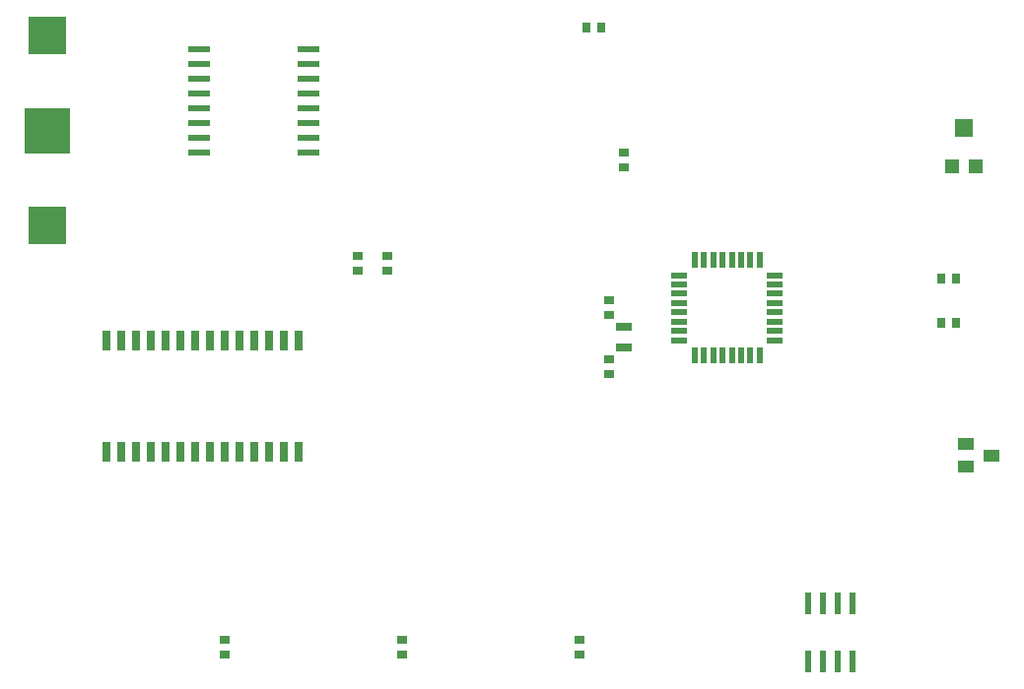
<source format=gbr>
G04 EAGLE Gerber X2 export*
%TF.Part,Single*%
%TF.FileFunction,Paste,Top*%
%TF.FilePolarity,Positive*%
%TF.GenerationSoftware,Autodesk,EAGLE,9.0.0*%
%TF.CreationDate,2019-07-04T23:27:38Z*%
G75*
%MOMM*%
%FSLAX34Y34*%
%LPD*%
%AMOC8*
5,1,8,0,0,1.08239X$1,22.5*%
G01*
%ADD10R,0.900000X0.700000*%
%ADD11R,1.400000X1.000000*%
%ADD12R,1.400000X0.700000*%
%ADD13R,0.700000X0.900000*%
%ADD14R,1.500000X1.600000*%
%ADD15R,1.200000X1.200000*%
%ADD16R,3.900000X3.900000*%
%ADD17R,3.200000X3.200000*%
%ADD18R,1.473200X0.508000*%
%ADD19R,0.508000X1.473200*%
%ADD20R,1.981200X0.533400*%
%ADD21R,0.558800X1.981200*%
%ADD22R,0.650000X1.700000*%


D10*
X571500Y526900D03*
X571500Y539900D03*
X571500Y489100D03*
X571500Y476100D03*
D11*
X900000Y406400D03*
X878000Y396900D03*
X878000Y415900D03*
D12*
X584200Y499500D03*
X584200Y516500D03*
D10*
X584200Y653900D03*
X584200Y666900D03*
X381000Y578000D03*
X381000Y565000D03*
X355600Y578000D03*
X355600Y565000D03*
D13*
X565300Y774700D03*
X552300Y774700D03*
X857100Y558800D03*
X870100Y558800D03*
X857100Y520700D03*
X870100Y520700D03*
D14*
X876300Y688100D03*
D15*
X866300Y654850D03*
X886300Y654850D03*
D16*
X88900Y685800D03*
D17*
X88900Y603800D03*
X88900Y767800D03*
D18*
X631952Y561340D03*
X631952Y553466D03*
X631952Y545338D03*
X631952Y537464D03*
X631952Y529336D03*
X631952Y521462D03*
X631952Y513334D03*
X631952Y505460D03*
D19*
X645160Y492252D03*
X653034Y492252D03*
X661162Y492252D03*
X669036Y492252D03*
X677164Y492252D03*
X685038Y492252D03*
X693166Y492252D03*
X701040Y492252D03*
D18*
X714248Y505460D03*
X714248Y513334D03*
X714248Y521462D03*
X714248Y529336D03*
X714248Y537464D03*
X714248Y545338D03*
X714248Y553466D03*
X714248Y561340D03*
D19*
X701040Y574548D03*
X693166Y574548D03*
X685038Y574548D03*
X677164Y574548D03*
X669036Y574548D03*
X661162Y574548D03*
X653034Y574548D03*
X645160Y574548D03*
D20*
X219710Y755650D03*
X219710Y742950D03*
X219710Y730250D03*
X219710Y717550D03*
X219710Y704850D03*
X219710Y692150D03*
X219710Y679450D03*
X219710Y666750D03*
X313690Y666750D03*
X313690Y679450D03*
X313690Y692150D03*
X313690Y704850D03*
X313690Y717550D03*
X313690Y730250D03*
X313690Y742950D03*
X313690Y755650D03*
D21*
X742950Y229362D03*
X755650Y229362D03*
X768350Y229362D03*
X781050Y229362D03*
X781050Y278638D03*
X768350Y278638D03*
X755650Y278638D03*
X742950Y278638D03*
D22*
X139700Y409400D03*
X152400Y409400D03*
X165100Y409400D03*
X177800Y409400D03*
X190500Y409400D03*
X203200Y409400D03*
X215900Y409400D03*
X228600Y409400D03*
X241300Y409400D03*
X254000Y409400D03*
X241300Y505000D03*
X254000Y505000D03*
X266700Y505000D03*
X279400Y505000D03*
X292100Y505000D03*
X304800Y505000D03*
X304800Y409400D03*
X292100Y409400D03*
X279400Y409400D03*
X266700Y409400D03*
X228600Y505000D03*
X215900Y505000D03*
X203200Y505000D03*
X190500Y505000D03*
X177800Y505000D03*
X165100Y505000D03*
X152400Y505000D03*
X139700Y505000D03*
D10*
X241300Y247800D03*
X241300Y234800D03*
X546100Y247800D03*
X546100Y234800D03*
X393700Y247800D03*
X393700Y234800D03*
M02*

</source>
